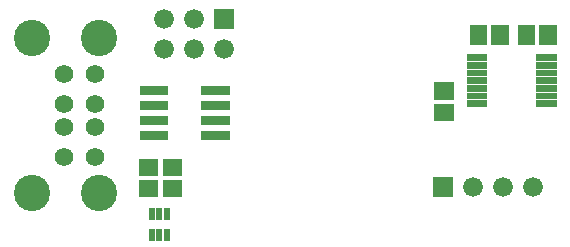
<source format=gbr>
G04 start of page 5 for group -4062 idx -4062 *
G04 Title: (unknown), soldermask *
G04 Creator: pcb 20091103 *
G04 CreationDate: Sat 19 Mar 2011 11:45:18 AM GMT UTC *
G04 For: gjhurlbu *
G04 Format: Gerber/RS-274X *
G04 PCB-Dimensions: 600000 500000 *
G04 PCB-Coordinate-Origin: lower left *
%MOIN*%
%FSLAX25Y25*%
%LNBACKMASK*%
%ADD14C,0.0200*%
%ADD24C,0.0620*%
%ADD25C,0.1210*%
%ADD26C,0.0660*%
%ADD27R,0.0300X0.0300*%
%ADD28R,0.0572X0.0572*%
%ADD30R,0.0230X0.0230*%
%ADD31R,0.0210X0.0210*%
G54D24*X70700Y409600D03*
Y399800D03*
Y382100D03*
G54D25*X60000Y370000D03*
G54D24*X81000Y409600D03*
G54D25*X82400Y421700D03*
X60000D03*
G54D24*X81000Y399800D03*
Y391900D03*
Y382100D03*
G54D25*X82400Y370000D03*
G54D14*G36*
X120700Y431300D02*Y424700D01*
X127300D01*
Y431300D01*
X120700D01*
G37*
G54D26*X124000Y418000D03*
X114000Y428000D03*
Y418000D03*
X104000Y428000D03*
Y418000D03*
G54D24*X70700Y391900D03*
G54D14*G36*
X193700Y375300D02*Y368700D01*
X200300D01*
Y375300D01*
X193700D01*
G37*
G54D26*X207000Y372000D03*
X217000D03*
X227000D03*
G54D30*X206071Y399764D02*X210677D01*
X206071Y402323D02*X210677D01*
G54D28*X197000Y404000D02*X197786D01*
G54D30*X206071Y404882D02*X210677D01*
X206071Y407441D02*X210677D01*
X206071Y410000D02*X210677D01*
X206071Y412559D02*X210677D01*
X206071Y415118D02*X210677D01*
X229299Y410000D02*X233905D01*
X229299Y407441D02*X233905D01*
X229299Y404882D02*X233905D01*
X229299Y402323D02*X233905D01*
X229299Y399764D02*X233905D01*
G54D28*X197000Y396914D02*X197786D01*
G54D30*X229299Y415118D02*X233905D01*
X229299Y412559D02*X233905D01*
G54D28*X209000Y423000D02*Y422214D01*
X216086Y423000D02*Y422214D01*
X232086Y423000D02*Y422214D01*
X225000Y423000D02*Y422214D01*
X98607Y378543D02*X99393D01*
X98607Y371457D02*X99393D01*
X106607Y378543D02*X107393D01*
X106607Y371457D02*X107393D01*
G54D27*X118000Y404000D02*X124500D01*
X97500D02*X104000D01*
X118000Y399000D02*X124500D01*
X97500D02*X104000D01*
X118000Y394000D02*X124500D01*
X97500D02*X104000D01*
X118000Y389000D02*X124500D01*
X97500D02*X104000D01*
G54D31*X105100Y357000D02*Y355000D01*
X102500Y357000D02*Y355000D01*
X100000Y357000D02*Y355000D01*
Y364000D02*Y362000D01*
X102500Y364000D02*Y362000D01*
X105100Y364000D02*Y362000D01*
M02*

</source>
